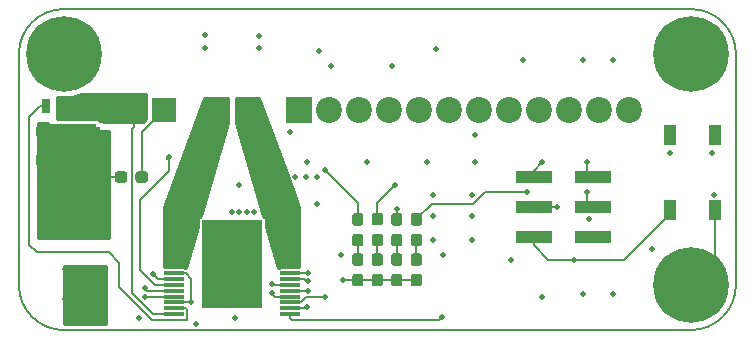
<source format=gbr>
G04 #@! TF.GenerationSoftware,KiCad,Pcbnew,5.0.2+dfsg1-1*
G04 #@! TF.CreationDate,2021-06-07T16:10:35-04:00*
G04 #@! TF.ProjectId,KyberBoard,4b796265-7242-46f6-9172-642e6b696361,rev?*
G04 #@! TF.SameCoordinates,Original*
G04 #@! TF.FileFunction,Copper,L1,Top*
G04 #@! TF.FilePolarity,Positive*
%FSLAX46Y46*%
G04 Gerber Fmt 4.6, Leading zero omitted, Abs format (unit mm)*
G04 Created by KiCad (PCBNEW 5.0.2+dfsg1-1) date Mon 07 Jun 2021 04:10:35 PM EDT*
%MOMM*%
%LPD*%
G01*
G04 APERTURE LIST*
G04 #@! TA.AperFunction,NonConductor*
%ADD10C,0.150000*%
G04 #@! TD*
G04 #@! TA.AperFunction,SMDPad,CuDef*
%ADD11C,1.000000*%
G04 #@! TD*
G04 #@! TA.AperFunction,Conductor*
%ADD12C,0.150000*%
G04 #@! TD*
G04 #@! TA.AperFunction,SMDPad,CuDef*
%ADD13R,0.650000X1.250000*%
G04 #@! TD*
G04 #@! TA.AperFunction,SMDPad,CuDef*
%ADD14C,2.500000*%
G04 #@! TD*
G04 #@! TA.AperFunction,SMDPad,CuDef*
%ADD15C,0.950000*%
G04 #@! TD*
G04 #@! TA.AperFunction,SMDPad,CuDef*
%ADD16R,1.700000X0.350000*%
G04 #@! TD*
G04 #@! TA.AperFunction,SMDPad,CuDef*
%ADD17R,5.200000X7.500000*%
G04 #@! TD*
G04 #@! TA.AperFunction,ViaPad*
%ADD18C,0.600000*%
G04 #@! TD*
G04 #@! TA.AperFunction,ComponentPad*
%ADD19R,2.200000X2.200000*%
G04 #@! TD*
G04 #@! TA.AperFunction,ComponentPad*
%ADD20C,2.200000*%
G04 #@! TD*
G04 #@! TA.AperFunction,ComponentPad*
%ADD21C,0.800000*%
G04 #@! TD*
G04 #@! TA.AperFunction,ComponentPad*
%ADD22C,6.400000*%
G04 #@! TD*
G04 #@! TA.AperFunction,ComponentPad*
%ADD23R,2.100000X2.100000*%
G04 #@! TD*
G04 #@! TA.AperFunction,ComponentPad*
%ADD24C,2.100000*%
G04 #@! TD*
G04 #@! TA.AperFunction,SMDPad,CuDef*
%ADD25R,3.150000X1.000000*%
G04 #@! TD*
G04 #@! TA.AperFunction,SMDPad,CuDef*
%ADD26R,1.000000X1.700000*%
G04 #@! TD*
G04 #@! TA.AperFunction,ViaPad*
%ADD27C,0.508000*%
G04 #@! TD*
G04 #@! TA.AperFunction,Conductor*
%ADD28C,0.152400*%
G04 #@! TD*
G04 #@! TA.AperFunction,Conductor*
%ADD29C,0.177800*%
G04 #@! TD*
G04 #@! TA.AperFunction,Conductor*
%ADD30C,0.203200*%
G04 #@! TD*
G04 #@! TA.AperFunction,Conductor*
%ADD31C,0.254000*%
G04 #@! TD*
G04 APERTURE END LIST*
D10*
X116332000Y-67056000D02*
G75*
G02X120142000Y-63246000I3810000J0D01*
G01*
X120142000Y-90424000D02*
G75*
G02X116332000Y-86614000I0J3810000D01*
G01*
X116332000Y-86614000D02*
X116332000Y-67056000D01*
X173228000Y-90424000D02*
X120142000Y-90424000D01*
X173228000Y-63246000D02*
X120142000Y-63246000D01*
X177038000Y-86614000D02*
X177038000Y-67056000D01*
X177038000Y-86614000D02*
G75*
G02X173228000Y-90424000I-3810000J0D01*
G01*
X173228000Y-63246000D02*
G75*
G02X177038000Y-67056000I0J-3810000D01*
G01*
D11*
G04 #@! TO.P,Q1,5*
G04 #@! TO.N,/hbridge/VCC*
X120523000Y-75044000D03*
D12*
G04 #@! TD*
G04 #@! TO.N,/hbridge/VCC*
G04 #@! TO.C,Q1*
G36*
X122823000Y-73994000D02*
X122823000Y-75644000D01*
X123223000Y-75644000D01*
X123223000Y-76444000D01*
X122823000Y-76444000D01*
X122823000Y-77504000D01*
X122098000Y-77504000D01*
X122098000Y-76904000D01*
X121448000Y-76904000D01*
X121448000Y-77504000D01*
X120723000Y-77504000D01*
X120723000Y-76904000D01*
X120323000Y-76904000D01*
X120323000Y-77504000D01*
X119598000Y-77504000D01*
X119598000Y-76904000D01*
X118948000Y-76904000D01*
X118948000Y-77504000D01*
X118223000Y-77504000D01*
X118223000Y-76444000D01*
X117823000Y-76444000D01*
X117823000Y-75644000D01*
X118223000Y-75644000D01*
X118223000Y-73994000D01*
X117823000Y-73994000D01*
X117823000Y-73194000D01*
X118223000Y-73194000D01*
X118223000Y-73004000D01*
X122823000Y-73004000D01*
X122823000Y-73194000D01*
X123223000Y-73194000D01*
X123223000Y-73994000D01*
X122823000Y-73994000D01*
X122823000Y-73994000D01*
G37*
D13*
G04 #@! TO.P,Q1,4*
G04 #@! TO.N,Net-(Q1-Pad4)*
X118618000Y-71479000D03*
G04 #@! TO.P,Q1,3*
G04 #@! TO.N,/BATT+*
X119888000Y-71479000D03*
G04 #@! TO.P,Q1,2*
X121158000Y-71479000D03*
G04 #@! TO.P,Q1,1*
X122428000Y-71479000D03*
G04 #@! TD*
D12*
G04 #@! TO.N,GND*
G04 #@! TO.C,C6*
G36*
X122944504Y-85473604D02*
X122968773Y-85477204D01*
X122992571Y-85483165D01*
X123015671Y-85491430D01*
X123037849Y-85501920D01*
X123058893Y-85514533D01*
X123078598Y-85529147D01*
X123096777Y-85545623D01*
X123113253Y-85563802D01*
X123127867Y-85583507D01*
X123140480Y-85604551D01*
X123150970Y-85626729D01*
X123159235Y-85649829D01*
X123165196Y-85673627D01*
X123168796Y-85697896D01*
X123170000Y-85722400D01*
X123170000Y-89622400D01*
X123168796Y-89646904D01*
X123165196Y-89671173D01*
X123159235Y-89694971D01*
X123150970Y-89718071D01*
X123140480Y-89740249D01*
X123127867Y-89761293D01*
X123113253Y-89780998D01*
X123096777Y-89799177D01*
X123078598Y-89815653D01*
X123058893Y-89830267D01*
X123037849Y-89842880D01*
X123015671Y-89853370D01*
X122992571Y-89861635D01*
X122968773Y-89867596D01*
X122944504Y-89871196D01*
X122920000Y-89872400D01*
X120920000Y-89872400D01*
X120895496Y-89871196D01*
X120871227Y-89867596D01*
X120847429Y-89861635D01*
X120824329Y-89853370D01*
X120802151Y-89842880D01*
X120781107Y-89830267D01*
X120761402Y-89815653D01*
X120743223Y-89799177D01*
X120726747Y-89780998D01*
X120712133Y-89761293D01*
X120699520Y-89740249D01*
X120689030Y-89718071D01*
X120680765Y-89694971D01*
X120674804Y-89671173D01*
X120671204Y-89646904D01*
X120670000Y-89622400D01*
X120670000Y-85722400D01*
X120671204Y-85697896D01*
X120674804Y-85673627D01*
X120680765Y-85649829D01*
X120689030Y-85626729D01*
X120699520Y-85604551D01*
X120712133Y-85583507D01*
X120726747Y-85563802D01*
X120743223Y-85545623D01*
X120761402Y-85529147D01*
X120781107Y-85514533D01*
X120802151Y-85501920D01*
X120824329Y-85491430D01*
X120847429Y-85483165D01*
X120871227Y-85477204D01*
X120895496Y-85473604D01*
X120920000Y-85472400D01*
X122920000Y-85472400D01*
X122944504Y-85473604D01*
X122944504Y-85473604D01*
G37*
D14*
G04 #@! TD*
G04 #@! TO.P,C6,2*
G04 #@! TO.N,GND*
X121920000Y-87672400D03*
D12*
G04 #@! TO.N,/hbridge/VCC*
G04 #@! TO.C,C6*
G36*
X122944504Y-78073604D02*
X122968773Y-78077204D01*
X122992571Y-78083165D01*
X123015671Y-78091430D01*
X123037849Y-78101920D01*
X123058893Y-78114533D01*
X123078598Y-78129147D01*
X123096777Y-78145623D01*
X123113253Y-78163802D01*
X123127867Y-78183507D01*
X123140480Y-78204551D01*
X123150970Y-78226729D01*
X123159235Y-78249829D01*
X123165196Y-78273627D01*
X123168796Y-78297896D01*
X123170000Y-78322400D01*
X123170000Y-82222400D01*
X123168796Y-82246904D01*
X123165196Y-82271173D01*
X123159235Y-82294971D01*
X123150970Y-82318071D01*
X123140480Y-82340249D01*
X123127867Y-82361293D01*
X123113253Y-82380998D01*
X123096777Y-82399177D01*
X123078598Y-82415653D01*
X123058893Y-82430267D01*
X123037849Y-82442880D01*
X123015671Y-82453370D01*
X122992571Y-82461635D01*
X122968773Y-82467596D01*
X122944504Y-82471196D01*
X122920000Y-82472400D01*
X120920000Y-82472400D01*
X120895496Y-82471196D01*
X120871227Y-82467596D01*
X120847429Y-82461635D01*
X120824329Y-82453370D01*
X120802151Y-82442880D01*
X120781107Y-82430267D01*
X120761402Y-82415653D01*
X120743223Y-82399177D01*
X120726747Y-82380998D01*
X120712133Y-82361293D01*
X120699520Y-82340249D01*
X120689030Y-82318071D01*
X120680765Y-82294971D01*
X120674804Y-82271173D01*
X120671204Y-82246904D01*
X120670000Y-82222400D01*
X120670000Y-78322400D01*
X120671204Y-78297896D01*
X120674804Y-78273627D01*
X120680765Y-78249829D01*
X120689030Y-78226729D01*
X120699520Y-78204551D01*
X120712133Y-78183507D01*
X120726747Y-78163802D01*
X120743223Y-78145623D01*
X120761402Y-78129147D01*
X120781107Y-78114533D01*
X120802151Y-78101920D01*
X120824329Y-78091430D01*
X120847429Y-78083165D01*
X120871227Y-78077204D01*
X120895496Y-78073604D01*
X120920000Y-78072400D01*
X122920000Y-78072400D01*
X122944504Y-78073604D01*
X122944504Y-78073604D01*
G37*
D14*
G04 #@! TD*
G04 #@! TO.P,C6,1*
G04 #@! TO.N,/hbridge/VCC*
X121920000Y-80272400D03*
D12*
G04 #@! TO.N,GND*
G04 #@! TO.C,C7*
G36*
X127042779Y-76996144D02*
X127065834Y-76999563D01*
X127088443Y-77005227D01*
X127110387Y-77013079D01*
X127131457Y-77023044D01*
X127151448Y-77035026D01*
X127170168Y-77048910D01*
X127187438Y-77064562D01*
X127203090Y-77081832D01*
X127216974Y-77100552D01*
X127228956Y-77120543D01*
X127238921Y-77141613D01*
X127246773Y-77163557D01*
X127252437Y-77186166D01*
X127255856Y-77209221D01*
X127257000Y-77232500D01*
X127257000Y-77707500D01*
X127255856Y-77730779D01*
X127252437Y-77753834D01*
X127246773Y-77776443D01*
X127238921Y-77798387D01*
X127228956Y-77819457D01*
X127216974Y-77839448D01*
X127203090Y-77858168D01*
X127187438Y-77875438D01*
X127170168Y-77891090D01*
X127151448Y-77904974D01*
X127131457Y-77916956D01*
X127110387Y-77926921D01*
X127088443Y-77934773D01*
X127065834Y-77940437D01*
X127042779Y-77943856D01*
X127019500Y-77945000D01*
X126444500Y-77945000D01*
X126421221Y-77943856D01*
X126398166Y-77940437D01*
X126375557Y-77934773D01*
X126353613Y-77926921D01*
X126332543Y-77916956D01*
X126312552Y-77904974D01*
X126293832Y-77891090D01*
X126276562Y-77875438D01*
X126260910Y-77858168D01*
X126247026Y-77839448D01*
X126235044Y-77819457D01*
X126225079Y-77798387D01*
X126217227Y-77776443D01*
X126211563Y-77753834D01*
X126208144Y-77730779D01*
X126207000Y-77707500D01*
X126207000Y-77232500D01*
X126208144Y-77209221D01*
X126211563Y-77186166D01*
X126217227Y-77163557D01*
X126225079Y-77141613D01*
X126235044Y-77120543D01*
X126247026Y-77100552D01*
X126260910Y-77081832D01*
X126276562Y-77064562D01*
X126293832Y-77048910D01*
X126312552Y-77035026D01*
X126332543Y-77023044D01*
X126353613Y-77013079D01*
X126375557Y-77005227D01*
X126398166Y-76999563D01*
X126421221Y-76996144D01*
X126444500Y-76995000D01*
X127019500Y-76995000D01*
X127042779Y-76996144D01*
X127042779Y-76996144D01*
G37*
D15*
G04 #@! TD*
G04 #@! TO.P,C7,2*
G04 #@! TO.N,GND*
X126732000Y-77470000D03*
D12*
G04 #@! TO.N,/hbridge/VCC*
G04 #@! TO.C,C7*
G36*
X125292779Y-76996144D02*
X125315834Y-76999563D01*
X125338443Y-77005227D01*
X125360387Y-77013079D01*
X125381457Y-77023044D01*
X125401448Y-77035026D01*
X125420168Y-77048910D01*
X125437438Y-77064562D01*
X125453090Y-77081832D01*
X125466974Y-77100552D01*
X125478956Y-77120543D01*
X125488921Y-77141613D01*
X125496773Y-77163557D01*
X125502437Y-77186166D01*
X125505856Y-77209221D01*
X125507000Y-77232500D01*
X125507000Y-77707500D01*
X125505856Y-77730779D01*
X125502437Y-77753834D01*
X125496773Y-77776443D01*
X125488921Y-77798387D01*
X125478956Y-77819457D01*
X125466974Y-77839448D01*
X125453090Y-77858168D01*
X125437438Y-77875438D01*
X125420168Y-77891090D01*
X125401448Y-77904974D01*
X125381457Y-77916956D01*
X125360387Y-77926921D01*
X125338443Y-77934773D01*
X125315834Y-77940437D01*
X125292779Y-77943856D01*
X125269500Y-77945000D01*
X124694500Y-77945000D01*
X124671221Y-77943856D01*
X124648166Y-77940437D01*
X124625557Y-77934773D01*
X124603613Y-77926921D01*
X124582543Y-77916956D01*
X124562552Y-77904974D01*
X124543832Y-77891090D01*
X124526562Y-77875438D01*
X124510910Y-77858168D01*
X124497026Y-77839448D01*
X124485044Y-77819457D01*
X124475079Y-77798387D01*
X124467227Y-77776443D01*
X124461563Y-77753834D01*
X124458144Y-77730779D01*
X124457000Y-77707500D01*
X124457000Y-77232500D01*
X124458144Y-77209221D01*
X124461563Y-77186166D01*
X124467227Y-77163557D01*
X124475079Y-77141613D01*
X124485044Y-77120543D01*
X124497026Y-77100552D01*
X124510910Y-77081832D01*
X124526562Y-77064562D01*
X124543832Y-77048910D01*
X124562552Y-77035026D01*
X124582543Y-77023044D01*
X124603613Y-77013079D01*
X124625557Y-77005227D01*
X124648166Y-76999563D01*
X124671221Y-76996144D01*
X124694500Y-76995000D01*
X125269500Y-76995000D01*
X125292779Y-76996144D01*
X125292779Y-76996144D01*
G37*
D15*
G04 #@! TD*
G04 #@! TO.P,C7,1*
G04 #@! TO.N,/hbridge/VCC*
X124982000Y-77470000D03*
D12*
G04 #@! TO.N,Net-(D3-Pad2)*
G04 #@! TO.C,R11*
G36*
X145294779Y-82280144D02*
X145317834Y-82283563D01*
X145340443Y-82289227D01*
X145362387Y-82297079D01*
X145383457Y-82307044D01*
X145403448Y-82319026D01*
X145422168Y-82332910D01*
X145439438Y-82348562D01*
X145455090Y-82365832D01*
X145468974Y-82384552D01*
X145480956Y-82404543D01*
X145490921Y-82425613D01*
X145498773Y-82447557D01*
X145504437Y-82470166D01*
X145507856Y-82493221D01*
X145509000Y-82516500D01*
X145509000Y-83091500D01*
X145507856Y-83114779D01*
X145504437Y-83137834D01*
X145498773Y-83160443D01*
X145490921Y-83182387D01*
X145480956Y-83203457D01*
X145468974Y-83223448D01*
X145455090Y-83242168D01*
X145439438Y-83259438D01*
X145422168Y-83275090D01*
X145403448Y-83288974D01*
X145383457Y-83300956D01*
X145362387Y-83310921D01*
X145340443Y-83318773D01*
X145317834Y-83324437D01*
X145294779Y-83327856D01*
X145271500Y-83329000D01*
X144796500Y-83329000D01*
X144773221Y-83327856D01*
X144750166Y-83324437D01*
X144727557Y-83318773D01*
X144705613Y-83310921D01*
X144684543Y-83300956D01*
X144664552Y-83288974D01*
X144645832Y-83275090D01*
X144628562Y-83259438D01*
X144612910Y-83242168D01*
X144599026Y-83223448D01*
X144587044Y-83203457D01*
X144577079Y-83182387D01*
X144569227Y-83160443D01*
X144563563Y-83137834D01*
X144560144Y-83114779D01*
X144559000Y-83091500D01*
X144559000Y-82516500D01*
X144560144Y-82493221D01*
X144563563Y-82470166D01*
X144569227Y-82447557D01*
X144577079Y-82425613D01*
X144587044Y-82404543D01*
X144599026Y-82384552D01*
X144612910Y-82365832D01*
X144628562Y-82348562D01*
X144645832Y-82332910D01*
X144664552Y-82319026D01*
X144684543Y-82307044D01*
X144705613Y-82297079D01*
X144727557Y-82289227D01*
X144750166Y-82283563D01*
X144773221Y-82280144D01*
X144796500Y-82279000D01*
X145271500Y-82279000D01*
X145294779Y-82280144D01*
X145294779Y-82280144D01*
G37*
D15*
G04 #@! TD*
G04 #@! TO.P,R11,2*
G04 #@! TO.N,Net-(D3-Pad2)*
X145034000Y-82804000D03*
D12*
G04 #@! TO.N,Net-(Q2-Pad4)*
G04 #@! TO.C,R11*
G36*
X145294779Y-80530144D02*
X145317834Y-80533563D01*
X145340443Y-80539227D01*
X145362387Y-80547079D01*
X145383457Y-80557044D01*
X145403448Y-80569026D01*
X145422168Y-80582910D01*
X145439438Y-80598562D01*
X145455090Y-80615832D01*
X145468974Y-80634552D01*
X145480956Y-80654543D01*
X145490921Y-80675613D01*
X145498773Y-80697557D01*
X145504437Y-80720166D01*
X145507856Y-80743221D01*
X145509000Y-80766500D01*
X145509000Y-81341500D01*
X145507856Y-81364779D01*
X145504437Y-81387834D01*
X145498773Y-81410443D01*
X145490921Y-81432387D01*
X145480956Y-81453457D01*
X145468974Y-81473448D01*
X145455090Y-81492168D01*
X145439438Y-81509438D01*
X145422168Y-81525090D01*
X145403448Y-81538974D01*
X145383457Y-81550956D01*
X145362387Y-81560921D01*
X145340443Y-81568773D01*
X145317834Y-81574437D01*
X145294779Y-81577856D01*
X145271500Y-81579000D01*
X144796500Y-81579000D01*
X144773221Y-81577856D01*
X144750166Y-81574437D01*
X144727557Y-81568773D01*
X144705613Y-81560921D01*
X144684543Y-81550956D01*
X144664552Y-81538974D01*
X144645832Y-81525090D01*
X144628562Y-81509438D01*
X144612910Y-81492168D01*
X144599026Y-81473448D01*
X144587044Y-81453457D01*
X144577079Y-81432387D01*
X144569227Y-81410443D01*
X144563563Y-81387834D01*
X144560144Y-81364779D01*
X144559000Y-81341500D01*
X144559000Y-80766500D01*
X144560144Y-80743221D01*
X144563563Y-80720166D01*
X144569227Y-80697557D01*
X144577079Y-80675613D01*
X144587044Y-80654543D01*
X144599026Y-80634552D01*
X144612910Y-80615832D01*
X144628562Y-80598562D01*
X144645832Y-80582910D01*
X144664552Y-80569026D01*
X144684543Y-80557044D01*
X144705613Y-80547079D01*
X144727557Y-80539227D01*
X144750166Y-80533563D01*
X144773221Y-80530144D01*
X144796500Y-80529000D01*
X145271500Y-80529000D01*
X145294779Y-80530144D01*
X145294779Y-80530144D01*
G37*
D15*
G04 #@! TD*
G04 #@! TO.P,R11,1*
G04 #@! TO.N,Net-(Q2-Pad4)*
X145034000Y-81054000D03*
D16*
G04 #@! TO.P,U2,1*
G04 #@! TO.N,/MOT+*
X129433500Y-80586000D03*
G04 #@! TO.P,U2,2*
X129433500Y-81086000D03*
G04 #@! TO.P,U2,3*
X129433500Y-81586000D03*
G04 #@! TO.P,U2,4*
X129433500Y-82086000D03*
G04 #@! TO.P,U2,5*
X129433500Y-82586000D03*
G04 #@! TO.P,U2,6*
X129433500Y-83086000D03*
G04 #@! TO.P,U2,7*
X129433500Y-83586000D03*
G04 #@! TO.P,U2,8*
X129433500Y-84086000D03*
G04 #@! TO.P,U2,9*
X129433500Y-84586000D03*
G04 #@! TO.P,U2,10*
X129433500Y-85086000D03*
G04 #@! TO.P,U2,11*
G04 #@! TO.N,/hbridge/INA*
X129433500Y-85586000D03*
G04 #@! TO.P,U2,12*
G04 #@! TO.N,+3V3*
X129433500Y-86086000D03*
G04 #@! TO.P,U2,13*
G04 #@! TO.N,Net-(Q4-Pad4)*
X129433500Y-86586000D03*
G04 #@! TO.P,U2,14*
G04 #@! TO.N,GND*
X129433500Y-87086000D03*
G04 #@! TO.P,U2,15*
G04 #@! TO.N,Net-(R12-Pad1)*
X129433500Y-87586000D03*
G04 #@! TO.P,U2,16*
G04 #@! TO.N,/hbridge/INA*
X129433500Y-88086000D03*
G04 #@! TO.P,U2,17*
G04 #@! TO.N,Net-(Q1-Pad4)*
X129433500Y-88586000D03*
G04 #@! TO.P,U2,18*
G04 #@! TO.N,/BATT+*
X129433500Y-89086000D03*
G04 #@! TO.P,U2,19*
G04 #@! TO.N,/hbridge/imtr*
X139298500Y-89086000D03*
G04 #@! TO.P,U2,20*
G04 #@! TO.N,/hbridge/PWM_MTR*
X139298500Y-88586000D03*
G04 #@! TO.P,U2,21*
G04 #@! TO.N,/hbridge/INB*
X139298500Y-88086000D03*
G04 #@! TO.P,U2,22*
G04 #@! TO.N,Net-(R13-Pad1)*
X139298500Y-87586000D03*
G04 #@! TO.P,U2,23*
G04 #@! TO.N,GND*
X139298500Y-87086000D03*
G04 #@! TO.P,U2,24*
G04 #@! TO.N,Net-(Q4-Pad2)*
X139298500Y-86586000D03*
G04 #@! TO.P,U2,25*
G04 #@! TO.N,Net-(C8-Pad1)*
X139298500Y-86086000D03*
G04 #@! TO.P,U2,26*
G04 #@! TO.N,GND*
X139298500Y-85586000D03*
G04 #@! TO.P,U2,27*
G04 #@! TO.N,/MOT-*
X139298500Y-85086000D03*
G04 #@! TO.P,U2,28*
X139298500Y-84586000D03*
G04 #@! TO.P,U2,29*
X139298500Y-84086000D03*
G04 #@! TO.P,U2,30*
X139298500Y-83586000D03*
G04 #@! TO.P,U2,31*
X139298500Y-83086000D03*
G04 #@! TO.P,U2,32*
X139298500Y-82586000D03*
G04 #@! TO.P,U2,33*
X139298500Y-82086000D03*
G04 #@! TO.P,U2,34*
X139298500Y-81586000D03*
G04 #@! TO.P,U2,35*
X139298500Y-81086000D03*
G04 #@! TO.P,U2,36*
X139298500Y-80586000D03*
D17*
G04 #@! TO.P,U2,37*
G04 #@! TO.N,/hbridge/VCC*
X134366000Y-84836000D03*
D18*
G04 #@! TD*
G04 #@! TO.N,/hbridge/VCC*
G04 #@! TO.C,U2*
X132866000Y-83336000D03*
G04 #@! TO.N,/hbridge/VCC*
G04 #@! TO.C,U2*
X134366000Y-83336000D03*
X135866000Y-83336000D03*
X132866000Y-84336000D03*
X134366000Y-84336000D03*
X135866000Y-84336000D03*
X132866000Y-85336000D03*
X134366000Y-85336000D03*
X135866000Y-85336000D03*
X132866000Y-86336000D03*
X134366000Y-86336000D03*
X135866000Y-86336000D03*
G04 #@! TD*
D12*
G04 #@! TO.N,/micro/LED_HBEAT*
G04 #@! TO.C,R6*
G36*
X150247779Y-80530144D02*
X150270834Y-80533563D01*
X150293443Y-80539227D01*
X150315387Y-80547079D01*
X150336457Y-80557044D01*
X150356448Y-80569026D01*
X150375168Y-80582910D01*
X150392438Y-80598562D01*
X150408090Y-80615832D01*
X150421974Y-80634552D01*
X150433956Y-80654543D01*
X150443921Y-80675613D01*
X150451773Y-80697557D01*
X150457437Y-80720166D01*
X150460856Y-80743221D01*
X150462000Y-80766500D01*
X150462000Y-81341500D01*
X150460856Y-81364779D01*
X150457437Y-81387834D01*
X150451773Y-81410443D01*
X150443921Y-81432387D01*
X150433956Y-81453457D01*
X150421974Y-81473448D01*
X150408090Y-81492168D01*
X150392438Y-81509438D01*
X150375168Y-81525090D01*
X150356448Y-81538974D01*
X150336457Y-81550956D01*
X150315387Y-81560921D01*
X150293443Y-81568773D01*
X150270834Y-81574437D01*
X150247779Y-81577856D01*
X150224500Y-81579000D01*
X149749500Y-81579000D01*
X149726221Y-81577856D01*
X149703166Y-81574437D01*
X149680557Y-81568773D01*
X149658613Y-81560921D01*
X149637543Y-81550956D01*
X149617552Y-81538974D01*
X149598832Y-81525090D01*
X149581562Y-81509438D01*
X149565910Y-81492168D01*
X149552026Y-81473448D01*
X149540044Y-81453457D01*
X149530079Y-81432387D01*
X149522227Y-81410443D01*
X149516563Y-81387834D01*
X149513144Y-81364779D01*
X149512000Y-81341500D01*
X149512000Y-80766500D01*
X149513144Y-80743221D01*
X149516563Y-80720166D01*
X149522227Y-80697557D01*
X149530079Y-80675613D01*
X149540044Y-80654543D01*
X149552026Y-80634552D01*
X149565910Y-80615832D01*
X149581562Y-80598562D01*
X149598832Y-80582910D01*
X149617552Y-80569026D01*
X149637543Y-80557044D01*
X149658613Y-80547079D01*
X149680557Y-80539227D01*
X149703166Y-80533563D01*
X149726221Y-80530144D01*
X149749500Y-80529000D01*
X150224500Y-80529000D01*
X150247779Y-80530144D01*
X150247779Y-80530144D01*
G37*
D15*
G04 #@! TD*
G04 #@! TO.P,R6,2*
G04 #@! TO.N,/micro/LED_HBEAT*
X149987000Y-81054000D03*
D12*
G04 #@! TO.N,Net-(D1-Pad2)*
G04 #@! TO.C,R6*
G36*
X150247779Y-82280144D02*
X150270834Y-82283563D01*
X150293443Y-82289227D01*
X150315387Y-82297079D01*
X150336457Y-82307044D01*
X150356448Y-82319026D01*
X150375168Y-82332910D01*
X150392438Y-82348562D01*
X150408090Y-82365832D01*
X150421974Y-82384552D01*
X150433956Y-82404543D01*
X150443921Y-82425613D01*
X150451773Y-82447557D01*
X150457437Y-82470166D01*
X150460856Y-82493221D01*
X150462000Y-82516500D01*
X150462000Y-83091500D01*
X150460856Y-83114779D01*
X150457437Y-83137834D01*
X150451773Y-83160443D01*
X150443921Y-83182387D01*
X150433956Y-83203457D01*
X150421974Y-83223448D01*
X150408090Y-83242168D01*
X150392438Y-83259438D01*
X150375168Y-83275090D01*
X150356448Y-83288974D01*
X150336457Y-83300956D01*
X150315387Y-83310921D01*
X150293443Y-83318773D01*
X150270834Y-83324437D01*
X150247779Y-83327856D01*
X150224500Y-83329000D01*
X149749500Y-83329000D01*
X149726221Y-83327856D01*
X149703166Y-83324437D01*
X149680557Y-83318773D01*
X149658613Y-83310921D01*
X149637543Y-83300956D01*
X149617552Y-83288974D01*
X149598832Y-83275090D01*
X149581562Y-83259438D01*
X149565910Y-83242168D01*
X149552026Y-83223448D01*
X149540044Y-83203457D01*
X149530079Y-83182387D01*
X149522227Y-83160443D01*
X149516563Y-83137834D01*
X149513144Y-83114779D01*
X149512000Y-83091500D01*
X149512000Y-82516500D01*
X149513144Y-82493221D01*
X149516563Y-82470166D01*
X149522227Y-82447557D01*
X149530079Y-82425613D01*
X149540044Y-82404543D01*
X149552026Y-82384552D01*
X149565910Y-82365832D01*
X149581562Y-82348562D01*
X149598832Y-82332910D01*
X149617552Y-82319026D01*
X149637543Y-82307044D01*
X149658613Y-82297079D01*
X149680557Y-82289227D01*
X149703166Y-82283563D01*
X149726221Y-82280144D01*
X149749500Y-82279000D01*
X150224500Y-82279000D01*
X150247779Y-82280144D01*
X150247779Y-82280144D01*
G37*
D15*
G04 #@! TD*
G04 #@! TO.P,R6,1*
G04 #@! TO.N,Net-(D1-Pad2)*
X149987000Y-82804000D03*
D12*
G04 #@! TO.N,Net-(D10-Pad2)*
G04 #@! TO.C,R18*
G36*
X146945779Y-82266144D02*
X146968834Y-82269563D01*
X146991443Y-82275227D01*
X147013387Y-82283079D01*
X147034457Y-82293044D01*
X147054448Y-82305026D01*
X147073168Y-82318910D01*
X147090438Y-82334562D01*
X147106090Y-82351832D01*
X147119974Y-82370552D01*
X147131956Y-82390543D01*
X147141921Y-82411613D01*
X147149773Y-82433557D01*
X147155437Y-82456166D01*
X147158856Y-82479221D01*
X147160000Y-82502500D01*
X147160000Y-83077500D01*
X147158856Y-83100779D01*
X147155437Y-83123834D01*
X147149773Y-83146443D01*
X147141921Y-83168387D01*
X147131956Y-83189457D01*
X147119974Y-83209448D01*
X147106090Y-83228168D01*
X147090438Y-83245438D01*
X147073168Y-83261090D01*
X147054448Y-83274974D01*
X147034457Y-83286956D01*
X147013387Y-83296921D01*
X146991443Y-83304773D01*
X146968834Y-83310437D01*
X146945779Y-83313856D01*
X146922500Y-83315000D01*
X146447500Y-83315000D01*
X146424221Y-83313856D01*
X146401166Y-83310437D01*
X146378557Y-83304773D01*
X146356613Y-83296921D01*
X146335543Y-83286956D01*
X146315552Y-83274974D01*
X146296832Y-83261090D01*
X146279562Y-83245438D01*
X146263910Y-83228168D01*
X146250026Y-83209448D01*
X146238044Y-83189457D01*
X146228079Y-83168387D01*
X146220227Y-83146443D01*
X146214563Y-83123834D01*
X146211144Y-83100779D01*
X146210000Y-83077500D01*
X146210000Y-82502500D01*
X146211144Y-82479221D01*
X146214563Y-82456166D01*
X146220227Y-82433557D01*
X146228079Y-82411613D01*
X146238044Y-82390543D01*
X146250026Y-82370552D01*
X146263910Y-82351832D01*
X146279562Y-82334562D01*
X146296832Y-82318910D01*
X146315552Y-82305026D01*
X146335543Y-82293044D01*
X146356613Y-82283079D01*
X146378557Y-82275227D01*
X146401166Y-82269563D01*
X146424221Y-82266144D01*
X146447500Y-82265000D01*
X146922500Y-82265000D01*
X146945779Y-82266144D01*
X146945779Y-82266144D01*
G37*
D15*
G04 #@! TD*
G04 #@! TO.P,R18,2*
G04 #@! TO.N,Net-(D10-Pad2)*
X146685000Y-82790000D03*
D12*
G04 #@! TO.N,+12C*
G04 #@! TO.C,R18*
G36*
X146945779Y-80516144D02*
X146968834Y-80519563D01*
X146991443Y-80525227D01*
X147013387Y-80533079D01*
X147034457Y-80543044D01*
X147054448Y-80555026D01*
X147073168Y-80568910D01*
X147090438Y-80584562D01*
X147106090Y-80601832D01*
X147119974Y-80620552D01*
X147131956Y-80640543D01*
X147141921Y-80661613D01*
X147149773Y-80683557D01*
X147155437Y-80706166D01*
X147158856Y-80729221D01*
X147160000Y-80752500D01*
X147160000Y-81327500D01*
X147158856Y-81350779D01*
X147155437Y-81373834D01*
X147149773Y-81396443D01*
X147141921Y-81418387D01*
X147131956Y-81439457D01*
X147119974Y-81459448D01*
X147106090Y-81478168D01*
X147090438Y-81495438D01*
X147073168Y-81511090D01*
X147054448Y-81524974D01*
X147034457Y-81536956D01*
X147013387Y-81546921D01*
X146991443Y-81554773D01*
X146968834Y-81560437D01*
X146945779Y-81563856D01*
X146922500Y-81565000D01*
X146447500Y-81565000D01*
X146424221Y-81563856D01*
X146401166Y-81560437D01*
X146378557Y-81554773D01*
X146356613Y-81546921D01*
X146335543Y-81536956D01*
X146315552Y-81524974D01*
X146296832Y-81511090D01*
X146279562Y-81495438D01*
X146263910Y-81478168D01*
X146250026Y-81459448D01*
X146238044Y-81439457D01*
X146228079Y-81418387D01*
X146220227Y-81396443D01*
X146214563Y-81373834D01*
X146211144Y-81350779D01*
X146210000Y-81327500D01*
X146210000Y-80752500D01*
X146211144Y-80729221D01*
X146214563Y-80706166D01*
X146220227Y-80683557D01*
X146228079Y-80661613D01*
X146238044Y-80640543D01*
X146250026Y-80620552D01*
X146263910Y-80601832D01*
X146279562Y-80584562D01*
X146296832Y-80568910D01*
X146315552Y-80555026D01*
X146335543Y-80543044D01*
X146356613Y-80533079D01*
X146378557Y-80525227D01*
X146401166Y-80519563D01*
X146424221Y-80516144D01*
X146447500Y-80515000D01*
X146922500Y-80515000D01*
X146945779Y-80516144D01*
X146945779Y-80516144D01*
G37*
D15*
G04 #@! TD*
G04 #@! TO.P,R18,1*
G04 #@! TO.N,+12C*
X146685000Y-81040000D03*
D12*
G04 #@! TO.N,+3V3*
G04 #@! TO.C,R19*
G36*
X148596779Y-80530144D02*
X148619834Y-80533563D01*
X148642443Y-80539227D01*
X148664387Y-80547079D01*
X148685457Y-80557044D01*
X148705448Y-80569026D01*
X148724168Y-80582910D01*
X148741438Y-80598562D01*
X148757090Y-80615832D01*
X148770974Y-80634552D01*
X148782956Y-80654543D01*
X148792921Y-80675613D01*
X148800773Y-80697557D01*
X148806437Y-80720166D01*
X148809856Y-80743221D01*
X148811000Y-80766500D01*
X148811000Y-81341500D01*
X148809856Y-81364779D01*
X148806437Y-81387834D01*
X148800773Y-81410443D01*
X148792921Y-81432387D01*
X148782956Y-81453457D01*
X148770974Y-81473448D01*
X148757090Y-81492168D01*
X148741438Y-81509438D01*
X148724168Y-81525090D01*
X148705448Y-81538974D01*
X148685457Y-81550956D01*
X148664387Y-81560921D01*
X148642443Y-81568773D01*
X148619834Y-81574437D01*
X148596779Y-81577856D01*
X148573500Y-81579000D01*
X148098500Y-81579000D01*
X148075221Y-81577856D01*
X148052166Y-81574437D01*
X148029557Y-81568773D01*
X148007613Y-81560921D01*
X147986543Y-81550956D01*
X147966552Y-81538974D01*
X147947832Y-81525090D01*
X147930562Y-81509438D01*
X147914910Y-81492168D01*
X147901026Y-81473448D01*
X147889044Y-81453457D01*
X147879079Y-81432387D01*
X147871227Y-81410443D01*
X147865563Y-81387834D01*
X147862144Y-81364779D01*
X147861000Y-81341500D01*
X147861000Y-80766500D01*
X147862144Y-80743221D01*
X147865563Y-80720166D01*
X147871227Y-80697557D01*
X147879079Y-80675613D01*
X147889044Y-80654543D01*
X147901026Y-80634552D01*
X147914910Y-80615832D01*
X147930562Y-80598562D01*
X147947832Y-80582910D01*
X147966552Y-80569026D01*
X147986543Y-80557044D01*
X148007613Y-80547079D01*
X148029557Y-80539227D01*
X148052166Y-80533563D01*
X148075221Y-80530144D01*
X148098500Y-80529000D01*
X148573500Y-80529000D01*
X148596779Y-80530144D01*
X148596779Y-80530144D01*
G37*
D15*
G04 #@! TD*
G04 #@! TO.P,R19,1*
G04 #@! TO.N,+3V3*
X148336000Y-81054000D03*
D12*
G04 #@! TO.N,Net-(D11-Pad2)*
G04 #@! TO.C,R19*
G36*
X148596779Y-82280144D02*
X148619834Y-82283563D01*
X148642443Y-82289227D01*
X148664387Y-82297079D01*
X148685457Y-82307044D01*
X148705448Y-82319026D01*
X148724168Y-82332910D01*
X148741438Y-82348562D01*
X148757090Y-82365832D01*
X148770974Y-82384552D01*
X148782956Y-82404543D01*
X148792921Y-82425613D01*
X148800773Y-82447557D01*
X148806437Y-82470166D01*
X148809856Y-82493221D01*
X148811000Y-82516500D01*
X148811000Y-83091500D01*
X148809856Y-83114779D01*
X148806437Y-83137834D01*
X148800773Y-83160443D01*
X148792921Y-83182387D01*
X148782956Y-83203457D01*
X148770974Y-83223448D01*
X148757090Y-83242168D01*
X148741438Y-83259438D01*
X148724168Y-83275090D01*
X148705448Y-83288974D01*
X148685457Y-83300956D01*
X148664387Y-83310921D01*
X148642443Y-83318773D01*
X148619834Y-83324437D01*
X148596779Y-83327856D01*
X148573500Y-83329000D01*
X148098500Y-83329000D01*
X148075221Y-83327856D01*
X148052166Y-83324437D01*
X148029557Y-83318773D01*
X148007613Y-83310921D01*
X147986543Y-83300956D01*
X147966552Y-83288974D01*
X147947832Y-83275090D01*
X147930562Y-83259438D01*
X147914910Y-83242168D01*
X147901026Y-83223448D01*
X147889044Y-83203457D01*
X147879079Y-83182387D01*
X147871227Y-83160443D01*
X147865563Y-83137834D01*
X147862144Y-83114779D01*
X147861000Y-83091500D01*
X147861000Y-82516500D01*
X147862144Y-82493221D01*
X147865563Y-82470166D01*
X147871227Y-82447557D01*
X147879079Y-82425613D01*
X147889044Y-82404543D01*
X147901026Y-82384552D01*
X147914910Y-82365832D01*
X147930562Y-82348562D01*
X147947832Y-82332910D01*
X147966552Y-82319026D01*
X147986543Y-82307044D01*
X148007613Y-82297079D01*
X148029557Y-82289227D01*
X148052166Y-82283563D01*
X148075221Y-82280144D01*
X148098500Y-82279000D01*
X148573500Y-82279000D01*
X148596779Y-82280144D01*
X148596779Y-82280144D01*
G37*
D15*
G04 #@! TD*
G04 #@! TO.P,R19,2*
G04 #@! TO.N,Net-(D11-Pad2)*
X148336000Y-82804000D03*
D19*
G04 #@! TO.P,,1*
G04 #@! TO.N,+12V*
X140081000Y-71755000D03*
D20*
G04 #@! TO.P,,2*
G04 #@! TO.N,/SOL-*
X142621000Y-71755000D03*
G04 #@! TO.P,,3*
G04 #@! TO.N,/LED+*
X145161000Y-71755000D03*
G04 #@! TO.P,,4*
G04 #@! TO.N,/LED-*
X147701000Y-71755000D03*
G04 #@! TO.P,,5*
G04 #@! TO.N,/SPKR+*
X150241000Y-71755000D03*
G04 #@! TO.P,,6*
G04 #@! TO.N,/SPKR-*
X152781000Y-71755000D03*
G04 #@! TO.P,,7*
G04 #@! TO.N,+3V3*
X155321000Y-71755000D03*
G04 #@! TO.P,,8*
G04 #@! TO.N,/BTN*
X157861000Y-71755000D03*
G04 #@! TO.P,,9*
G04 #@! TO.N,+3V3*
X160401000Y-71755000D03*
G04 #@! TO.P,,10*
G04 #@! TO.N,/ENC_A*
X162941000Y-71755000D03*
G04 #@! TO.P,,11*
G04 #@! TO.N,/ENC_B*
X165481000Y-71755000D03*
G04 #@! TO.P,,12*
G04 #@! TO.N,GND*
X168021000Y-71755000D03*
G04 #@! TD*
D12*
G04 #@! TO.N,Net-(D1-Pad2)*
G04 #@! TO.C,HBT*
G36*
X150247779Y-83931144D02*
X150270834Y-83934563D01*
X150293443Y-83940227D01*
X150315387Y-83948079D01*
X150336457Y-83958044D01*
X150356448Y-83970026D01*
X150375168Y-83983910D01*
X150392438Y-83999562D01*
X150408090Y-84016832D01*
X150421974Y-84035552D01*
X150433956Y-84055543D01*
X150443921Y-84076613D01*
X150451773Y-84098557D01*
X150457437Y-84121166D01*
X150460856Y-84144221D01*
X150462000Y-84167500D01*
X150462000Y-84742500D01*
X150460856Y-84765779D01*
X150457437Y-84788834D01*
X150451773Y-84811443D01*
X150443921Y-84833387D01*
X150433956Y-84854457D01*
X150421974Y-84874448D01*
X150408090Y-84893168D01*
X150392438Y-84910438D01*
X150375168Y-84926090D01*
X150356448Y-84939974D01*
X150336457Y-84951956D01*
X150315387Y-84961921D01*
X150293443Y-84969773D01*
X150270834Y-84975437D01*
X150247779Y-84978856D01*
X150224500Y-84980000D01*
X149749500Y-84980000D01*
X149726221Y-84978856D01*
X149703166Y-84975437D01*
X149680557Y-84969773D01*
X149658613Y-84961921D01*
X149637543Y-84951956D01*
X149617552Y-84939974D01*
X149598832Y-84926090D01*
X149581562Y-84910438D01*
X149565910Y-84893168D01*
X149552026Y-84874448D01*
X149540044Y-84854457D01*
X149530079Y-84833387D01*
X149522227Y-84811443D01*
X149516563Y-84788834D01*
X149513144Y-84765779D01*
X149512000Y-84742500D01*
X149512000Y-84167500D01*
X149513144Y-84144221D01*
X149516563Y-84121166D01*
X149522227Y-84098557D01*
X149530079Y-84076613D01*
X149540044Y-84055543D01*
X149552026Y-84035552D01*
X149565910Y-84016832D01*
X149581562Y-83999562D01*
X149598832Y-83983910D01*
X149617552Y-83970026D01*
X149637543Y-83958044D01*
X149658613Y-83948079D01*
X149680557Y-83940227D01*
X149703166Y-83934563D01*
X149726221Y-83931144D01*
X149749500Y-83930000D01*
X150224500Y-83930000D01*
X150247779Y-83931144D01*
X150247779Y-83931144D01*
G37*
D15*
G04 #@! TD*
G04 #@! TO.P,HBT,2*
G04 #@! TO.N,Net-(D1-Pad2)*
X149987000Y-84455000D03*
D12*
G04 #@! TO.N,GND*
G04 #@! TO.C,HBT*
G36*
X150247779Y-85681144D02*
X150270834Y-85684563D01*
X150293443Y-85690227D01*
X150315387Y-85698079D01*
X150336457Y-85708044D01*
X150356448Y-85720026D01*
X150375168Y-85733910D01*
X150392438Y-85749562D01*
X150408090Y-85766832D01*
X150421974Y-85785552D01*
X150433956Y-85805543D01*
X150443921Y-85826613D01*
X150451773Y-85848557D01*
X150457437Y-85871166D01*
X150460856Y-85894221D01*
X150462000Y-85917500D01*
X150462000Y-86492500D01*
X150460856Y-86515779D01*
X150457437Y-86538834D01*
X150451773Y-86561443D01*
X150443921Y-86583387D01*
X150433956Y-86604457D01*
X150421974Y-86624448D01*
X150408090Y-86643168D01*
X150392438Y-86660438D01*
X150375168Y-86676090D01*
X150356448Y-86689974D01*
X150336457Y-86701956D01*
X150315387Y-86711921D01*
X150293443Y-86719773D01*
X150270834Y-86725437D01*
X150247779Y-86728856D01*
X150224500Y-86730000D01*
X149749500Y-86730000D01*
X149726221Y-86728856D01*
X149703166Y-86725437D01*
X149680557Y-86719773D01*
X149658613Y-86711921D01*
X149637543Y-86701956D01*
X149617552Y-86689974D01*
X149598832Y-86676090D01*
X149581562Y-86660438D01*
X149565910Y-86643168D01*
X149552026Y-86624448D01*
X149540044Y-86604457D01*
X149530079Y-86583387D01*
X149522227Y-86561443D01*
X149516563Y-86538834D01*
X149513144Y-86515779D01*
X149512000Y-86492500D01*
X149512000Y-85917500D01*
X149513144Y-85894221D01*
X149516563Y-85871166D01*
X149522227Y-85848557D01*
X149530079Y-85826613D01*
X149540044Y-85805543D01*
X149552026Y-85785552D01*
X149565910Y-85766832D01*
X149581562Y-85749562D01*
X149598832Y-85733910D01*
X149617552Y-85720026D01*
X149637543Y-85708044D01*
X149658613Y-85698079D01*
X149680557Y-85690227D01*
X149703166Y-85684563D01*
X149726221Y-85681144D01*
X149749500Y-85680000D01*
X150224500Y-85680000D01*
X150247779Y-85681144D01*
X150247779Y-85681144D01*
G37*
D15*
G04 #@! TD*
G04 #@! TO.P,HBT,1*
G04 #@! TO.N,GND*
X149987000Y-86205000D03*
D12*
G04 #@! TO.N,GND*
G04 #@! TO.C,UVL*
G36*
X145294779Y-85681144D02*
X145317834Y-85684563D01*
X145340443Y-85690227D01*
X145362387Y-85698079D01*
X145383457Y-85708044D01*
X145403448Y-85720026D01*
X145422168Y-85733910D01*
X145439438Y-85749562D01*
X145455090Y-85766832D01*
X145468974Y-85785552D01*
X145480956Y-85805543D01*
X145490921Y-85826613D01*
X145498773Y-85848557D01*
X145504437Y-85871166D01*
X145507856Y-85894221D01*
X145509000Y-85917500D01*
X145509000Y-86492500D01*
X145507856Y-86515779D01*
X145504437Y-86538834D01*
X145498773Y-86561443D01*
X145490921Y-86583387D01*
X145480956Y-86604457D01*
X145468974Y-86624448D01*
X145455090Y-86643168D01*
X145439438Y-86660438D01*
X145422168Y-86676090D01*
X145403448Y-86689974D01*
X145383457Y-86701956D01*
X145362387Y-86711921D01*
X145340443Y-86719773D01*
X145317834Y-86725437D01*
X145294779Y-86728856D01*
X145271500Y-86730000D01*
X144796500Y-86730000D01*
X144773221Y-86728856D01*
X144750166Y-86725437D01*
X144727557Y-86719773D01*
X144705613Y-86711921D01*
X144684543Y-86701956D01*
X144664552Y-86689974D01*
X144645832Y-86676090D01*
X144628562Y-86660438D01*
X144612910Y-86643168D01*
X144599026Y-86624448D01*
X144587044Y-86604457D01*
X144577079Y-86583387D01*
X144569227Y-86561443D01*
X144563563Y-86538834D01*
X144560144Y-86515779D01*
X144559000Y-86492500D01*
X144559000Y-85917500D01*
X144560144Y-85894221D01*
X144563563Y-85871166D01*
X144569227Y-85848557D01*
X144577079Y-85826613D01*
X144587044Y-85805543D01*
X144599026Y-85785552D01*
X144612910Y-85766832D01*
X144628562Y-85749562D01*
X144645832Y-85733910D01*
X144664552Y-85720026D01*
X144684543Y-85708044D01*
X144705613Y-85698079D01*
X144727557Y-85690227D01*
X144750166Y-85684563D01*
X144773221Y-85681144D01*
X144796500Y-85680000D01*
X145271500Y-85680000D01*
X145294779Y-85681144D01*
X145294779Y-85681144D01*
G37*
D15*
G04 #@! TD*
G04 #@! TO.P,UVL,1*
G04 #@! TO.N,GND*
X145034000Y-86205000D03*
D12*
G04 #@! TO.N,Net-(D3-Pad2)*
G04 #@! TO.C,UVL*
G36*
X145294779Y-83931144D02*
X145317834Y-83934563D01*
X145340443Y-83940227D01*
X145362387Y-83948079D01*
X145383457Y-83958044D01*
X145403448Y-83970026D01*
X145422168Y-83983910D01*
X145439438Y-83999562D01*
X145455090Y-84016832D01*
X145468974Y-84035552D01*
X145480956Y-84055543D01*
X145490921Y-84076613D01*
X145498773Y-84098557D01*
X145504437Y-84121166D01*
X145507856Y-84144221D01*
X145509000Y-84167500D01*
X145509000Y-84742500D01*
X145507856Y-84765779D01*
X145504437Y-84788834D01*
X145498773Y-84811443D01*
X145490921Y-84833387D01*
X145480956Y-84854457D01*
X145468974Y-84874448D01*
X145455090Y-84893168D01*
X145439438Y-84910438D01*
X145422168Y-84926090D01*
X145403448Y-84939974D01*
X145383457Y-84951956D01*
X145362387Y-84961921D01*
X145340443Y-84969773D01*
X145317834Y-84975437D01*
X145294779Y-84978856D01*
X145271500Y-84980000D01*
X144796500Y-84980000D01*
X144773221Y-84978856D01*
X144750166Y-84975437D01*
X144727557Y-84969773D01*
X144705613Y-84961921D01*
X144684543Y-84951956D01*
X144664552Y-84939974D01*
X144645832Y-84926090D01*
X144628562Y-84910438D01*
X144612910Y-84893168D01*
X144599026Y-84874448D01*
X144587044Y-84854457D01*
X144577079Y-84833387D01*
X144569227Y-84811443D01*
X144563563Y-84788834D01*
X144560144Y-84765779D01*
X144559000Y-84742500D01*
X144559000Y-84167500D01*
X144560144Y-84144221D01*
X144563563Y-84121166D01*
X144569227Y-84098557D01*
X144577079Y-84076613D01*
X144587044Y-84055543D01*
X144599026Y-84035552D01*
X144612910Y-84016832D01*
X144628562Y-83999562D01*
X144645832Y-83983910D01*
X144664552Y-83970026D01*
X144684543Y-83958044D01*
X144705613Y-83948079D01*
X144727557Y-83940227D01*
X144750166Y-83934563D01*
X144773221Y-83931144D01*
X144796500Y-83930000D01*
X145271500Y-83930000D01*
X145294779Y-83931144D01*
X145294779Y-83931144D01*
G37*
D15*
G04 #@! TD*
G04 #@! TO.P,UVL,2*
G04 #@! TO.N,Net-(D3-Pad2)*
X145034000Y-84455000D03*
D12*
G04 #@! TO.N,GND*
G04 #@! TO.C,12C*
G36*
X146945779Y-85681144D02*
X146968834Y-85684563D01*
X146991443Y-85690227D01*
X147013387Y-85698079D01*
X147034457Y-85708044D01*
X147054448Y-85720026D01*
X147073168Y-85733910D01*
X147090438Y-85749562D01*
X147106090Y-85766832D01*
X147119974Y-85785552D01*
X147131956Y-85805543D01*
X147141921Y-85826613D01*
X147149773Y-85848557D01*
X147155437Y-85871166D01*
X147158856Y-85894221D01*
X147160000Y-85917500D01*
X147160000Y-86492500D01*
X147158856Y-86515779D01*
X147155437Y-86538834D01*
X147149773Y-86561443D01*
X147141921Y-86583387D01*
X147131956Y-86604457D01*
X147119974Y-86624448D01*
X147106090Y-86643168D01*
X147090438Y-86660438D01*
X147073168Y-86676090D01*
X147054448Y-86689974D01*
X147034457Y-86701956D01*
X147013387Y-86711921D01*
X146991443Y-86719773D01*
X146968834Y-86725437D01*
X146945779Y-86728856D01*
X146922500Y-86730000D01*
X146447500Y-86730000D01*
X146424221Y-86728856D01*
X146401166Y-86725437D01*
X146378557Y-86719773D01*
X146356613Y-86711921D01*
X146335543Y-86701956D01*
X146315552Y-86689974D01*
X146296832Y-86676090D01*
X146279562Y-86660438D01*
X146263910Y-86643168D01*
X146250026Y-86624448D01*
X146238044Y-86604457D01*
X146228079Y-86583387D01*
X146220227Y-86561443D01*
X146214563Y-86538834D01*
X146211144Y-86515779D01*
X146210000Y-86492500D01*
X146210000Y-85917500D01*
X146211144Y-85894221D01*
X146214563Y-85871166D01*
X146220227Y-85848557D01*
X146228079Y-85826613D01*
X146238044Y-85805543D01*
X146250026Y-85785552D01*
X146263910Y-85766832D01*
X146279562Y-85749562D01*
X146296832Y-85733910D01*
X146315552Y-85720026D01*
X146335543Y-85708044D01*
X146356613Y-85698079D01*
X146378557Y-85690227D01*
X146401166Y-85684563D01*
X146424221Y-85681144D01*
X146447500Y-85680000D01*
X146922500Y-85680000D01*
X146945779Y-85681144D01*
X146945779Y-85681144D01*
G37*
D15*
G04 #@! TD*
G04 #@! TO.P,12C,1*
G04 #@! TO.N,GND*
X146685000Y-86205000D03*
D12*
G04 #@! TO.N,Net-(D10-Pad2)*
G04 #@! TO.C,12C*
G36*
X146945779Y-83931144D02*
X146968834Y-83934563D01*
X146991443Y-83940227D01*
X147013387Y-83948079D01*
X147034457Y-83958044D01*
X147054448Y-83970026D01*
X147073168Y-83983910D01*
X147090438Y-83999562D01*
X147106090Y-84016832D01*
X147119974Y-84035552D01*
X147131956Y-84055543D01*
X147141921Y-84076613D01*
X147149773Y-84098557D01*
X147155437Y-84121166D01*
X147158856Y-84144221D01*
X147160000Y-84167500D01*
X147160000Y-84742500D01*
X147158856Y-84765779D01*
X147155437Y-84788834D01*
X147149773Y-84811443D01*
X147141921Y-84833387D01*
X147131956Y-84854457D01*
X147119974Y-84874448D01*
X147106090Y-84893168D01*
X147090438Y-84910438D01*
X147073168Y-84926090D01*
X147054448Y-84939974D01*
X147034457Y-84951956D01*
X147013387Y-84961921D01*
X146991443Y-84969773D01*
X146968834Y-84975437D01*
X146945779Y-84978856D01*
X146922500Y-84980000D01*
X146447500Y-84980000D01*
X146424221Y-84978856D01*
X146401166Y-84975437D01*
X146378557Y-84969773D01*
X146356613Y-84961921D01*
X146335543Y-84951956D01*
X146315552Y-84939974D01*
X146296832Y-84926090D01*
X146279562Y-84910438D01*
X146263910Y-84893168D01*
X146250026Y-84874448D01*
X146238044Y-84854457D01*
X146228079Y-84833387D01*
X146220227Y-84811443D01*
X146214563Y-84788834D01*
X146211144Y-84765779D01*
X146210000Y-84742500D01*
X146210000Y-84167500D01*
X146211144Y-84144221D01*
X146214563Y-84121166D01*
X146220227Y-84098557D01*
X146228079Y-84076613D01*
X146238044Y-84055543D01*
X146250026Y-84035552D01*
X146263910Y-84016832D01*
X146279562Y-83999562D01*
X146296832Y-83983910D01*
X146315552Y-83970026D01*
X146335543Y-83958044D01*
X146356613Y-83948079D01*
X146378557Y-83940227D01*
X146401166Y-83934563D01*
X146424221Y-83931144D01*
X146447500Y-83930000D01*
X146922500Y-83930000D01*
X146945779Y-83931144D01*
X146945779Y-83931144D01*
G37*
D15*
G04 #@! TD*
G04 #@! TO.P,12C,2*
G04 #@! TO.N,Net-(D10-Pad2)*
X146685000Y-84455000D03*
D12*
G04 #@! TO.N,Net-(D11-Pad2)*
G04 #@! TO.C,3V3*
G36*
X148596779Y-83931144D02*
X148619834Y-83934563D01*
X148642443Y-83940227D01*
X148664387Y-83948079D01*
X148685457Y-83958044D01*
X148705448Y-83970026D01*
X148724168Y-83983910D01*
X148741438Y-83999562D01*
X148757090Y-84016832D01*
X148770974Y-84035552D01*
X148782956Y-84055543D01*
X148792921Y-84076613D01*
X148800773Y-84098557D01*
X148806437Y-84121166D01*
X148809856Y-84144221D01*
X148811000Y-84167500D01*
X148811000Y-84742500D01*
X148809856Y-84765779D01*
X148806437Y-84788834D01*
X148800773Y-84811443D01*
X148792921Y-84833387D01*
X148782956Y-84854457D01*
X148770974Y-84874448D01*
X148757090Y-84893168D01*
X148741438Y-84910438D01*
X148724168Y-84926090D01*
X148705448Y-84939974D01*
X148685457Y-84951956D01*
X148664387Y-84961921D01*
X148642443Y-84969773D01*
X148619834Y-84975437D01*
X148596779Y-84978856D01*
X148573500Y-84980000D01*
X148098500Y-84980000D01*
X148075221Y-84978856D01*
X148052166Y-84975437D01*
X148029557Y-84969773D01*
X148007613Y-84961921D01*
X147986543Y-84951956D01*
X147966552Y-84939974D01*
X147947832Y-84926090D01*
X147930562Y-84910438D01*
X147914910Y-84893168D01*
X147901026Y-84874448D01*
X147889044Y-84854457D01*
X147879079Y-84833387D01*
X147871227Y-84811443D01*
X147865563Y-84788834D01*
X147862144Y-84765779D01*
X147861000Y-84742500D01*
X147861000Y-84167500D01*
X147862144Y-84144221D01*
X147865563Y-84121166D01*
X147871227Y-84098557D01*
X147879079Y-84076613D01*
X147889044Y-84055543D01*
X147901026Y-84035552D01*
X147914910Y-84016832D01*
X147930562Y-83999562D01*
X147947832Y-83983910D01*
X147966552Y-83970026D01*
X147986543Y-83958044D01*
X148007613Y-83948079D01*
X148029557Y-83940227D01*
X148052166Y-83934563D01*
X148075221Y-83931144D01*
X148098500Y-83930000D01*
X148573500Y-83930000D01*
X148596779Y-83931144D01*
X148596779Y-83931144D01*
G37*
D15*
G04 #@! TD*
G04 #@! TO.P,3V3,2*
G04 #@! TO.N,Net-(D11-Pad2)*
X148336000Y-84455000D03*
D12*
G04 #@! TO.N,GND*
G04 #@! TO.C,3V3*
G36*
X148596779Y-85681144D02*
X148619834Y-85684563D01*
X148642443Y-85690227D01*
X148664387Y-85698079D01*
X148685457Y-85708044D01*
X148705448Y-85720026D01*
X148724168Y-85733910D01*
X148741438Y-85749562D01*
X148757090Y-85766832D01*
X148770974Y-85785552D01*
X148782956Y-85805543D01*
X148792921Y-85826613D01*
X148800773Y-85848557D01*
X148806437Y-85871166D01*
X148809856Y-85894221D01*
X148811000Y-85917500D01*
X148811000Y-86492500D01*
X148809856Y-86515779D01*
X148806437Y-86538834D01*
X148800773Y-86561443D01*
X148792921Y-86583387D01*
X148782956Y-86604457D01*
X148770974Y-86624448D01*
X148757090Y-86643168D01*
X148741438Y-86660438D01*
X148724168Y-86676090D01*
X148705448Y-86689974D01*
X148685457Y-86701956D01*
X148664387Y-86711921D01*
X148642443Y-86719773D01*
X148619834Y-86725437D01*
X148596779Y-86728856D01*
X148573500Y-86730000D01*
X148098500Y-86730000D01*
X148075221Y-86728856D01*
X148052166Y-86725437D01*
X148029557Y-86719773D01*
X148007613Y-86711921D01*
X147986543Y-86701956D01*
X147966552Y-86689974D01*
X147947832Y-86676090D01*
X147930562Y-86660438D01*
X147914910Y-86643168D01*
X147901026Y-86624448D01*
X147889044Y-86604457D01*
X147879079Y-86583387D01*
X147871227Y-86561443D01*
X147865563Y-86538834D01*
X147862144Y-86515779D01*
X147861000Y-86492500D01*
X147861000Y-85917500D01*
X147862144Y-85894221D01*
X147865563Y-85871166D01*
X147871227Y-85848557D01*
X147879079Y-85826613D01*
X147889044Y-85805543D01*
X147901026Y-85785552D01*
X147914910Y-85766832D01*
X147930562Y-85749562D01*
X147947832Y-85733910D01*
X147966552Y-85720026D01*
X147986543Y-85708044D01*
X148007613Y-85698079D01*
X148029557Y-85690227D01*
X148052166Y-85684563D01*
X148075221Y-85681144D01*
X148098500Y-85680000D01*
X148573500Y-85680000D01*
X148596779Y-85681144D01*
X148596779Y-85681144D01*
G37*
D15*
G04 #@! TD*
G04 #@! TO.P,3V3,1*
G04 #@! TO.N,GND*
X148336000Y-86205000D03*
D21*
G04 #@! TO.P,,1*
G04 #@! TO.N,GND*
X121839056Y-65358944D03*
X120142000Y-64656000D03*
X118444944Y-65358944D03*
X117742000Y-67056000D03*
X118444944Y-68753056D03*
X120142000Y-69456000D03*
X121839056Y-68753056D03*
X122542000Y-67056000D03*
D22*
X120142000Y-67056000D03*
G04 #@! TD*
G04 #@! TO.P,,1*
G04 #@! TO.N,GND*
X173228000Y-67056000D03*
D21*
X175628000Y-67056000D03*
X174925056Y-68753056D03*
X173228000Y-69456000D03*
X171530944Y-68753056D03*
X170828000Y-67056000D03*
X171530944Y-65358944D03*
X173228000Y-64656000D03*
X174925056Y-65358944D03*
G04 #@! TD*
D22*
G04 #@! TO.P,,1*
G04 #@! TO.N,GND*
X173228000Y-86614000D03*
D21*
X175628000Y-86614000D03*
X174925056Y-88311056D03*
X173228000Y-89014000D03*
X171530944Y-88311056D03*
X170828000Y-86614000D03*
X171530944Y-84916944D03*
X173228000Y-84214000D03*
X174925056Y-84916944D03*
G04 #@! TD*
D23*
G04 #@! TO.P,,1*
G04 #@! TO.N,GND*
X128651000Y-71755000D03*
D24*
G04 #@! TO.P,,2*
G04 #@! TO.N,/BATT+*
X126111000Y-71755000D03*
G04 #@! TD*
G04 #@! TO.P,,2*
G04 #@! TO.N,/MOT+*
X133096000Y-71755000D03*
D23*
G04 #@! TO.P,,1*
G04 #@! TO.N,/MOT-*
X135636000Y-71755000D03*
G04 #@! TD*
D25*
G04 #@! TO.P,,1*
G04 #@! TO.N,+3V3*
X159908000Y-77472114D03*
G04 #@! TO.P,,2*
G04 #@! TO.N,/micro/SWCLK*
X164958000Y-77472114D03*
G04 #@! TO.P,,3*
G04 #@! TO.N,GND*
X159908000Y-80012114D03*
G04 #@! TO.P,,4*
G04 #@! TO.N,/micro/SWDIO*
X164958000Y-80012114D03*
G04 #@! TO.P,,5*
G04 #@! TO.N,/micro/NRST*
X159908000Y-82552114D03*
G04 #@! TO.P,,6*
G04 #@! TO.N,Net-(J4-Pad6)*
X164958000Y-82552114D03*
G04 #@! TD*
D26*
G04 #@! TO.P,,1*
G04 #@! TO.N,/micro/NRST*
X171455000Y-80246200D03*
X171455000Y-73946200D03*
G04 #@! TO.P,,2*
G04 #@! TO.N,GND*
X175255000Y-80246200D03*
X175255000Y-73946200D03*
G04 #@! TD*
D27*
G04 #@! TO.N,GND*
X136271000Y-80470000D03*
X135636000Y-80470000D03*
X135001000Y-80470000D03*
X134366000Y-80470000D03*
X140792200Y-85600800D03*
X140792200Y-87124800D03*
X131336759Y-89891800D03*
X120269000Y-85296000D03*
X120269000Y-87836000D03*
X123571000Y-87836000D03*
X143637000Y-84074000D03*
X134620000Y-89398100D03*
X145796000Y-76200000D03*
X140716000Y-76200000D03*
X150876000Y-76200000D03*
X154940000Y-76200000D03*
X161925000Y-80010000D03*
X164592000Y-81026000D03*
X143764000Y-86207600D03*
X127000000Y-86868000D03*
X123571000Y-85979000D03*
X152273000Y-84074000D03*
X160655000Y-87630000D03*
X159004000Y-67564000D03*
X164084000Y-67564000D03*
X166624000Y-67564000D03*
X139319000Y-73660000D03*
X132080000Y-65405000D03*
X136652000Y-65532000D03*
X169926000Y-83566000D03*
X166624000Y-87376000D03*
X171450000Y-75438000D03*
X175212200Y-78994000D03*
G04 #@! TO.N,+3V3*
X154686000Y-78994000D03*
X151384000Y-78994000D03*
X154686000Y-82804000D03*
X151384000Y-82804000D03*
X151384000Y-80772000D03*
X154686000Y-80772000D03*
X158038800Y-84480400D03*
X154940000Y-73914000D03*
X126492000Y-89408000D03*
X127704954Y-85655046D03*
X148336000Y-80137000D03*
X160655000Y-76200000D03*
X147955000Y-68072000D03*
X151638000Y-66611500D03*
X164084000Y-87376000D03*
X175006000Y-75438000D03*
G04 #@! TO.N,+12C*
X148209000Y-78168500D03*
G04 #@! TO.N,/micro/SWCLK*
X164465000Y-76200000D03*
G04 #@! TO.N,/micro/SWDIO*
X164465000Y-78740000D03*
G04 #@! TO.N,+12V*
X141605000Y-79756000D03*
X141605000Y-77470000D03*
X139700000Y-77470000D03*
X140652500Y-77470000D03*
X142748000Y-68072000D03*
X141732000Y-66802000D03*
G04 #@! TO.N,/hbridge/PWM_MTR*
X140716000Y-88471000D03*
G04 #@! TO.N,/hbridge/INA*
X130937000Y-88090000D03*
G04 #@! TO.N,/hbridge/INB*
X142211799Y-87658201D03*
G04 #@! TO.N,/hbridge/imtr*
X152146000Y-89281000D03*
G04 #@! TO.N,/micro/LED_HBEAT*
X159385000Y-78740000D03*
G04 #@! TO.N,Net-(C8-Pad1)*
X140774859Y-86311791D03*
G04 #@! TO.N,Net-(Q4-Pad2)*
X135001000Y-78184000D03*
X137795000Y-86566000D03*
G04 #@! TO.N,Net-(Q4-Pad4)*
X129025948Y-75791633D03*
G04 #@! TO.N,Net-(R12-Pad1)*
X126997224Y-87585483D03*
G04 #@! TO.N,Net-(R13-Pad1)*
X137795000Y-87328000D03*
G04 #@! TO.N,/hbridge/VCC*
X123698000Y-75819000D03*
X123698000Y-74549000D03*
X123698000Y-77089000D03*
X120015000Y-78740000D03*
X118745000Y-78740000D03*
X120015000Y-80010000D03*
X118745000Y-80010000D03*
X118745000Y-81280000D03*
X120015000Y-81280000D03*
X136652000Y-66548000D03*
X132080000Y-66548000D03*
G04 #@! TO.N,/micro/NRST*
X163322000Y-84455000D03*
G04 #@! TO.N,Net-(Q2-Pad4)*
X142240000Y-76835000D03*
G04 #@! TD*
D28*
G04 #@! TO.N,GND*
X139298500Y-85586000D02*
X140777400Y-85586000D01*
X140777400Y-85586000D02*
X140792200Y-85600800D01*
X139298500Y-87086000D02*
X140753400Y-87086000D01*
X140753400Y-87086000D02*
X140792200Y-87124800D01*
D29*
X175382000Y-84460000D02*
X173228000Y-86614000D01*
D28*
X173228000Y-85025000D02*
X173228000Y-86614000D01*
X126732000Y-73674000D02*
X128651000Y-71755000D01*
X126732000Y-77724000D02*
X126732000Y-73674000D01*
X175128000Y-84714000D02*
X173228000Y-86614000D01*
X172132410Y-85518410D02*
X173228000Y-86614000D01*
X161637514Y-80010000D02*
X161925000Y-80010000D01*
X159908000Y-80012114D02*
X161635400Y-80012114D01*
X161635400Y-80012114D02*
X161637514Y-80010000D01*
X175128000Y-68956000D02*
X173228000Y-67056000D01*
X175120800Y-68948800D02*
X173228000Y-67056000D01*
X143766600Y-86205000D02*
X143764000Y-86207600D01*
X149987000Y-86205000D02*
X148336000Y-86205000D01*
X148336000Y-86205000D02*
X146685000Y-86205000D01*
X146685000Y-86205000D02*
X145034000Y-86205000D01*
X145034000Y-86205000D02*
X143766600Y-86205000D01*
D29*
X129433500Y-87086000D02*
X127218000Y-87086000D01*
X127218000Y-87086000D02*
X127000000Y-86868000D01*
D28*
X175255000Y-84587000D02*
X173228000Y-86614000D01*
X175255000Y-80246200D02*
X175255000Y-84587000D01*
X175255000Y-69083000D02*
X173228000Y-67056000D01*
D29*
G04 #@! TO.N,+3V3*
X129433500Y-86086000D02*
X128135908Y-86086000D01*
X128135908Y-86086000D02*
X127704954Y-85655046D01*
X148336000Y-81054000D02*
X148336000Y-80137000D01*
D28*
X159908000Y-77472114D02*
X159908000Y-76947000D01*
X159908000Y-76947000D02*
X160655000Y-76200000D01*
G04 #@! TO.N,+12C*
X146685000Y-79692500D02*
X146685000Y-81040000D01*
X148209000Y-78168500D02*
X146685000Y-79692500D01*
G04 #@! TO.N,Net-(D1-Pad2)*
X149987000Y-82804000D02*
X149987000Y-84455000D01*
G04 #@! TO.N,/BATT+*
X125913410Y-86618280D02*
X125913410Y-73437514D01*
X125913410Y-73437514D02*
X126111000Y-73239924D01*
X126111000Y-73239924D02*
X126111000Y-71755000D01*
D29*
X125913410Y-87309899D02*
X125913410Y-86618280D01*
X127689511Y-89086000D02*
X125913410Y-87309899D01*
X129433500Y-89086000D02*
X127689511Y-89086000D01*
D28*
G04 #@! TO.N,Net-(D10-Pad2)*
X146685000Y-82790000D02*
X146685000Y-84455000D01*
G04 #@! TO.N,Net-(D11-Pad2)*
X148336000Y-82804000D02*
X148336000Y-84455000D01*
G04 #@! TO.N,/micro/SWCLK*
X164846000Y-77360114D02*
X164958000Y-77472114D01*
X164465000Y-76979114D02*
X164958000Y-77472114D01*
X164465000Y-76200000D02*
X164465000Y-76979114D01*
G04 #@! TO.N,/micro/SWDIO*
X164465000Y-79519114D02*
X164958000Y-80012114D01*
X164465000Y-78740000D02*
X164465000Y-79519114D01*
D29*
G04 #@! TO.N,Net-(Q1-Pad4)*
X118618000Y-71779000D02*
X118618000Y-71479000D01*
D30*
X130486700Y-88586000D02*
X129433500Y-88586000D01*
X130588301Y-88687601D02*
X130486700Y-88586000D01*
X127586801Y-89565801D02*
X130527341Y-89565801D01*
X124841000Y-86820000D02*
X127586801Y-89565801D01*
X130588301Y-89504841D02*
X130588301Y-88687601D01*
X130527341Y-89565801D02*
X130588301Y-89504841D01*
X118140600Y-71479000D02*
X117221000Y-72398600D01*
X117856000Y-83820000D02*
X123952000Y-83820000D01*
X118618000Y-71479000D02*
X118140600Y-71479000D01*
X117221000Y-83185000D02*
X117856000Y-83820000D01*
X117221000Y-72398600D02*
X117221000Y-83185000D01*
X124841000Y-84709000D02*
X124841000Y-86820000D01*
X123952000Y-83820000D02*
X124841000Y-84709000D01*
D28*
G04 #@! TO.N,/hbridge/PWM_MTR*
X139298500Y-88586000D02*
X140601000Y-88586000D01*
X140601000Y-88586000D02*
X140716000Y-88471000D01*
G04 #@! TO.N,/hbridge/INA*
X129433500Y-88086000D02*
X130933000Y-88086000D01*
X130933000Y-88086000D02*
X130937000Y-88090000D01*
X130937000Y-87730790D02*
X130937000Y-88090000D01*
X130937000Y-86061578D02*
X130937000Y-87730790D01*
X130461422Y-85586000D02*
X130937000Y-86061578D01*
X129433500Y-85586000D02*
X130461422Y-85586000D01*
G04 #@! TO.N,/hbridge/INB*
X140653700Y-87658201D02*
X142211799Y-87658201D01*
X139298500Y-88086000D02*
X140225901Y-88086000D01*
X140225901Y-88086000D02*
X140653700Y-87658201D01*
G04 #@! TO.N,/hbridge/imtr*
X151892001Y-89534999D02*
X152146000Y-89281000D01*
X139420100Y-89535000D02*
X151892001Y-89534999D01*
X139298500Y-89086000D02*
X139298500Y-89413400D01*
X139298500Y-89413400D02*
X139420100Y-89535000D01*
G04 #@! TO.N,/micro/LED_HBEAT*
X154813000Y-79756000D02*
X151285000Y-79756000D01*
X151285000Y-79756000D02*
X149987000Y-81054000D01*
X159385000Y-78740000D02*
X155829000Y-78740000D01*
X155829000Y-78740000D02*
X154813000Y-79756000D01*
G04 #@! TO.N,Net-(C8-Pad1)*
X140713757Y-86311791D02*
X140774859Y-86311791D01*
X139298500Y-86086000D02*
X140487966Y-86086000D01*
X140487966Y-86086000D02*
X140713757Y-86311791D01*
G04 #@! TO.N,Net-(D3-Pad2)*
X145034000Y-82804000D02*
X145034000Y-84455000D01*
G04 #@! TO.N,Net-(Q4-Pad2)*
X137815000Y-86586000D02*
X137795000Y-86566000D01*
X139298500Y-86586000D02*
X137815000Y-86586000D01*
G04 #@! TO.N,Net-(Q4-Pad4)*
X128905000Y-75912581D02*
X129025948Y-75791633D01*
X129025948Y-75791633D02*
X129025948Y-76968052D01*
X129025948Y-76968052D02*
X126619000Y-79375000D01*
X126619000Y-79375000D02*
X126619000Y-80518000D01*
X126619000Y-80518000D02*
X126619000Y-80391000D01*
X126619000Y-85358526D02*
X126619000Y-85217000D01*
X127846474Y-86586000D02*
X126619000Y-85358526D01*
X129433500Y-86586000D02*
X127846474Y-86586000D01*
X126619000Y-85323434D02*
X126619000Y-85217000D01*
X126619000Y-85217000D02*
X126619000Y-80518000D01*
D29*
G04 #@! TO.N,Net-(R12-Pad1)*
X129433500Y-87586000D02*
X126997741Y-87586000D01*
X126997741Y-87586000D02*
X126997224Y-87585483D01*
D28*
G04 #@! TO.N,Net-(R13-Pad1)*
X139298500Y-87586000D02*
X138053000Y-87586000D01*
X138053000Y-87586000D02*
X137795000Y-87328000D01*
G04 #@! TO.N,/hbridge/VCC*
X124079000Y-77470000D02*
X123698000Y-77089000D01*
X124982000Y-77470000D02*
X124079000Y-77470000D01*
G04 #@! TO.N,/micro/NRST*
X160652886Y-82552114D02*
X159908000Y-82552114D01*
X159908000Y-82552114D02*
X160983000Y-82552114D01*
X171328000Y-79604000D02*
X171328000Y-79954000D01*
X161158486Y-84455000D02*
X163322000Y-84455000D01*
X159908000Y-83204514D02*
X161158486Y-84455000D01*
X159908000Y-82552114D02*
X159908000Y-83204514D01*
X171455000Y-80469200D02*
X171450000Y-80474200D01*
X171455000Y-80469200D02*
X171455000Y-80119200D01*
X171455000Y-80596200D02*
X171455000Y-80246200D01*
X167596200Y-84455000D02*
X171455000Y-80596200D01*
X163322000Y-84455000D02*
X167596200Y-84455000D01*
G04 #@! TO.N,Net-(Q2-Pad4)*
X145034000Y-81054000D02*
X145034000Y-79629000D01*
X145034000Y-79629000D02*
X142240000Y-76835000D01*
G04 #@! TD*
D31*
G04 #@! TO.N,/hbridge/VCC*
G36*
X118808500Y-72985732D02*
X118857381Y-73230047D01*
X118995492Y-73435748D01*
X119201808Y-73572937D01*
X119444920Y-73620730D01*
X123952000Y-73610653D01*
X123952000Y-82629000D01*
X117957600Y-82629000D01*
X117957600Y-72922791D01*
X118808500Y-72922791D01*
X118808500Y-72985732D01*
X118808500Y-72985732D01*
G37*
X118808500Y-72985732D02*
X118857381Y-73230047D01*
X118995492Y-73435748D01*
X119201808Y-73572937D01*
X119444920Y-73620730D01*
X123952000Y-73610653D01*
X123952000Y-82629000D01*
X117957600Y-82629000D01*
X117957600Y-72922791D01*
X118808500Y-72922791D01*
X118808500Y-72985732D01*
G04 #@! TO.N,/BATT+*
G36*
X127127000Y-70453717D02*
X127127000Y-72524660D01*
X126809398Y-72842262D01*
X123530497Y-72849593D01*
X123401391Y-72763327D01*
X123223000Y-72727843D01*
X123188348Y-72727843D01*
X123152623Y-72674377D01*
X123001391Y-72573327D01*
X122823000Y-72537843D01*
X119570500Y-72537843D01*
X119570500Y-70713200D01*
X120869462Y-70713200D01*
X121574917Y-70420992D01*
X127127000Y-70453717D01*
X127127000Y-70453717D01*
G37*
X127127000Y-70453717D02*
X127127000Y-72524660D01*
X126809398Y-72842262D01*
X123530497Y-72849593D01*
X123401391Y-72763327D01*
X123223000Y-72727843D01*
X123188348Y-72727843D01*
X123152623Y-72674377D01*
X123001391Y-72573327D01*
X122823000Y-72537843D01*
X119570500Y-72537843D01*
X119570500Y-70713200D01*
X120869462Y-70713200D01*
X121574917Y-70420992D01*
X127127000Y-70453717D01*
G04 #@! TO.N,/MOT+*
G36*
X134048500Y-72895386D02*
X131745316Y-80805241D01*
X131656984Y-80822812D01*
X131564564Y-80884564D01*
X131502812Y-80976984D01*
X131481127Y-81086000D01*
X131481127Y-81712551D01*
X130466464Y-85197222D01*
X130392516Y-85147812D01*
X130283500Y-85126127D01*
X128651000Y-85126127D01*
X128651000Y-80032479D01*
X132041801Y-70754500D01*
X134048500Y-70754500D01*
X134048500Y-72895386D01*
X134048500Y-72895386D01*
G37*
X134048500Y-72895386D02*
X131745316Y-80805241D01*
X131656984Y-80822812D01*
X131564564Y-80884564D01*
X131502812Y-80976984D01*
X131481127Y-81086000D01*
X131481127Y-81712551D01*
X130466464Y-85197222D01*
X130392516Y-85147812D01*
X130283500Y-85126127D01*
X128651000Y-85126127D01*
X128651000Y-80032479D01*
X132041801Y-70754500D01*
X134048500Y-70754500D01*
X134048500Y-72895386D01*
G04 #@! TO.N,/MOT-*
G36*
X139166600Y-77530479D02*
X139166600Y-77576100D01*
X139247805Y-77772147D01*
X139259021Y-77783363D01*
X140081000Y-80032479D01*
X140081000Y-85126127D01*
X138448500Y-85126127D01*
X138339484Y-85147812D01*
X138265536Y-85197222D01*
X137250873Y-81712551D01*
X137250873Y-81086000D01*
X137229188Y-80976984D01*
X137167436Y-80884564D01*
X137075016Y-80822812D01*
X136986684Y-80805241D01*
X134683500Y-72895386D01*
X134683500Y-70754500D01*
X136690199Y-70754500D01*
X139166600Y-77530479D01*
X139166600Y-77530479D01*
G37*
X139166600Y-77530479D02*
X139166600Y-77576100D01*
X139247805Y-77772147D01*
X139259021Y-77783363D01*
X140081000Y-80032479D01*
X140081000Y-85126127D01*
X138448500Y-85126127D01*
X138339484Y-85147812D01*
X138265536Y-85197222D01*
X137250873Y-81712551D01*
X137250873Y-81086000D01*
X137229188Y-80976984D01*
X137167436Y-80884564D01*
X137075016Y-80822812D01*
X136986684Y-80805241D01*
X134683500Y-72895386D01*
X134683500Y-70754500D01*
X136690199Y-70754500D01*
X139166600Y-77530479D01*
G04 #@! TO.N,GND*
G36*
X123698000Y-89891800D02*
X120168965Y-89891800D01*
X120142000Y-89889061D01*
X120142000Y-85042000D01*
X123698000Y-85042000D01*
X123698000Y-89891800D01*
X123698000Y-89891800D01*
G37*
X123698000Y-89891800D02*
X120168965Y-89891800D01*
X120142000Y-89889061D01*
X120142000Y-85042000D01*
X123698000Y-85042000D01*
X123698000Y-89891800D01*
G04 #@! TD*
M02*

</source>
